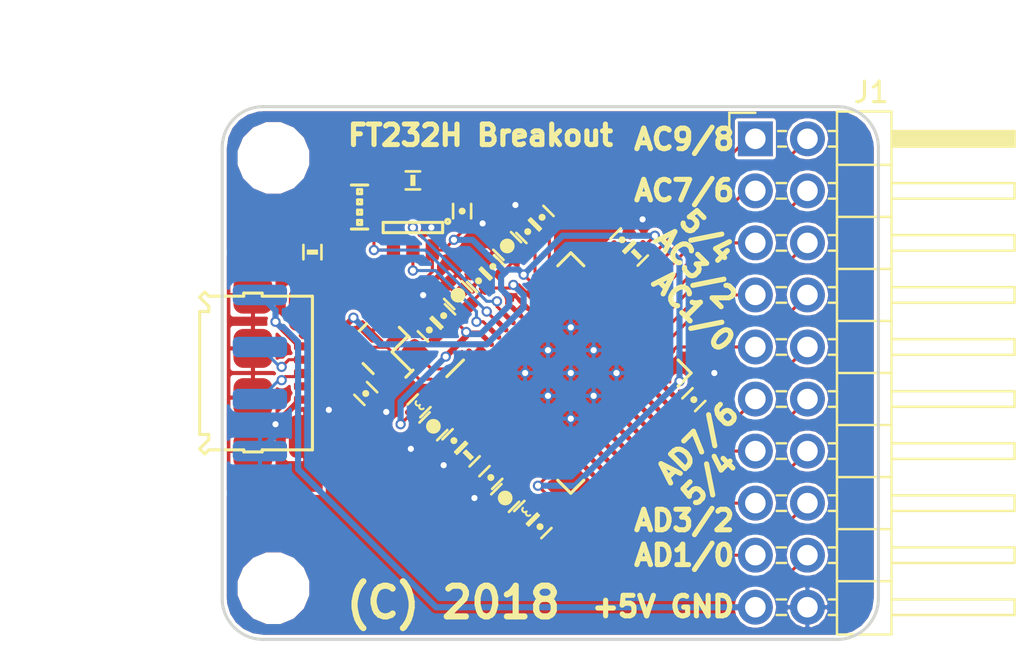
<source format=kicad_pcb>
(kicad_pcb (version 20171130) (host pcbnew 5.0.0-rc2-dev-unknown-d64c89d~62~ubuntu16.04.1)
  (title_block (title iCEBreaker) (rev V0.2a) (company 1BitSquared) (comment 1 "(C) 2018 Piotr Esden-Tempski <piotr@1bitsquared.com>") (comment 2 "(C) 2018 1BitSquared <info@1bitsquared.com>") (comment 3 "License: CC-BY-SA 4.0"))
  (layers (0 F.Cu signal) (31 B.Cu signal) (34 B.Paste user) (35 F.Paste user) (36 B.SilkS user) (37 F.SilkS user) (38 B.Mask user) (39 F.Mask user) (44 Edge.Cuts user))
  (net 0 "")
  (net 1 +3V3)
  (net 2 GND)
  (net 3 "Net-(R6-Pad1)")
  (net 4 "Net-(R2-Pad1)")
  (net 5 "Net-(C3-Pad1)")
  (net 6 +5V)
  (net 7 "Net-(C12-Pad1)")
  (net 8 "Net-(C13-Pad1)")
  (net 9 /shield)
  (net 10 "Net-(P1-Pad4)")
  (net 11 "Net-(R2-Pad5)")
  (net 12 "Net-(R2-Pad3)")
  (net 13 "Net-(C2-Pad1)")
  (net 14 "Net-(R8-Pad2)")
  (net 15 /ADBUS0)
  (net 16 /ADBUS1)
  (net 17 /ADBUS2)
  (net 18 /ADBUS3)
  (net 19 /ADBUS4)
  (net 20 /ADBUS5)
  (net 21 /ADBUS6)
  (net 22 /ADBUS7)
  (net 23 /ACBUS0)
  (net 24 /ACBUS1)
  (net 25 /ACBUS2)
  (net 26 /ACBUS3)
  (net 27 /ACBUS4)
  (net 28 /ACBUS5)
  (net 29 /ACBUS6)
  (net 30 /ACBUS7)
  (net 31 /ACBUS8)
  (net 32 /ACBUS9)
  (net 33 "Net-(C4-Pad1)")
  (net 34 /VCCA)
  (net 35 /VCORE)
  (net 36 /USB_D-)
  (net 37 /USB_D+)
  (module MountingHole:MountingHole_3.2mm_M3 (layer F.Cu) (at 32.5 58)
    (fp_text reference REF** hide)
    (fp_text value MountingHole_3.2mm_M3 hide)
    (pad 1 np_thru_hole circle (at 0 0) (size 3.2 3.2) (drill 3.2) (layers *.Cu *.Mask))
  )
  (module MountingHole:MountingHole_3.2mm_M3 (layer F.Cu) (at 32.5 37)
    (fp_text reference REF** hide)
    (fp_text value MountingHole_3.2mm_M3 hide)
    (pad 1 np_thru_hole circle (at 0 0) (size 3.2 3.2) (drill 3.2) (layers *.Cu *.Mask))
  )
  (module pkl_housings_sot:SOT-23-6 (layer F.Cu) (at 39.3 40.4 90)
    (fp_text reference U1)
    (fp_text value 93C46B-SOT-23-6)
    (pad 1 smd roundrect (at 1.1 0.95 270) (size 1.06 0.65) (layers F.Cu F.Paste F.Mask) (net 11 "Net-(R2-Pad5)"))
    (pad 2 smd roundrect (at 1.1 0 270) (size 1.06 0.65) (layers F.Cu F.Paste F.Mask) (net 2 GND))
    (pad 3 smd roundrect (at 1.1 -0.95 270) (size 1.06 0.65) (layers F.Cu F.Paste F.Mask) (net 3 "Net-(R6-Pad1)"))
    (pad 4 smd roundrect (at -1.1 -0.95 270) (size 1.06 0.65) (layers F.Cu F.Paste F.Mask) (net 4 "Net-(R2-Pad1)"))
    (pad 6 smd roundrect (at -1.1 0.95 270) (size 1.06 0.65) (layers F.Cu F.Paste F.Mask) (net 1 +3V3))
    (pad 5 smd roundrect (at -1.1 0 270) (size 1.06 0.65) (layers F.Cu F.Paste F.Mask) (net 12 "Net-(R2-Pad3)"))
  )
  (module Connector_PinHeader_2.54mm:PinHeader_2x10_P2.54mm_Horizontal (layer F.Cu) (at 56 36.07)
    (fp_text reference J1 (at 5.655 -2.27) (layer F.SilkS))
    (fp_text value Conn)
    (pad 1 thru_hole rect (at 0 0) (size 1.7 1.7) (drill 1) (layers *.Cu *.Mask) (net 32 /ACBUS9))
    (pad 2 thru_hole oval (at 2.54 0) (size 1.7 1.7) (drill 1) (layers *.Cu *.Mask) (net 31 /ACBUS8))
    (pad 3 thru_hole oval (at 0 2.54) (size 1.7 1.7) (drill 1) (layers *.Cu *.Mask) (net 30 /ACBUS7))
    (pad 4 thru_hole oval (at 2.54 2.54) (size 1.7 1.7) (drill 1) (layers *.Cu *.Mask) (net 29 /ACBUS6))
    (pad 5 thru_hole oval (at 0 5.08) (size 1.7 1.7) (drill 1) (layers *.Cu *.Mask) (net 28 /ACBUS5))
    (pad 6 thru_hole oval (at 2.54 5.08) (size 1.7 1.7) (drill 1) (layers *.Cu *.Mask) (net 27 /ACBUS4))
    (pad 7 thru_hole oval (at 0 7.62) (size 1.7 1.7) (drill 1) (layers *.Cu *.Mask) (net 26 /ACBUS3))
    (pad 8 thru_hole oval (at 2.54 7.62) (size 1.7 1.7) (drill 1) (layers *.Cu *.Mask) (net 25 /ACBUS2))
    (pad 9 thru_hole oval (at 0 10.16) (size 1.7 1.7) (drill 1) (layers *.Cu *.Mask) (net 24 /ACBUS1))
    (pad 10 thru_hole oval (at 2.54 10.16) (size 1.7 1.7) (drill 1) (layers *.Cu *.Mask) (net 23 /ACBUS0))
    (pad 11 thru_hole oval (at 0 12.7) (size 1.7 1.7) (drill 1) (layers *.Cu *.Mask) (net 22 /ADBUS7))
    (pad 12 thru_hole oval (at 2.54 12.7) (size 1.7 1.7) (drill 1) (layers *.Cu *.Mask) (net 21 /ADBUS6))
    (pad 13 thru_hole oval (at 0 15.24) (size 1.7 1.7) (drill 1) (layers *.Cu *.Mask) (net 20 /ADBUS5))
    (pad 14 thru_hole oval (at 2.54 15.24) (size 1.7 1.7) (drill 1) (layers *.Cu *.Mask) (net 19 /ADBUS4))
    (pad 15 thru_hole oval (at 0 17.78) (size 1.7 1.7) (drill 1) (layers *.Cu *.Mask) (net 18 /ADBUS3))
    (pad 16 thru_hole oval (at 2.54 17.78) (size 1.7 1.7) (drill 1) (layers *.Cu *.Mask) (net 17 /ADBUS2))
    (pad 17 thru_hole oval (at 0 20.32) (size 1.7 1.7) (drill 1) (layers *.Cu *.Mask) (net 16 /ADBUS1))
    (pad 18 thru_hole oval (at 2.54 20.32) (size 1.7 1.7) (drill 1) (layers *.Cu *.Mask) (net 15 /ADBUS0))
    (pad 19 thru_hole oval (at 0 22.86) (size 1.7 1.7) (drill 1) (layers *.Cu *.Mask) (net 6 +5V))
    (pad 20 thru_hole oval (at 2.54 22.86) (size 1.7 1.7) (drill 1) (layers *.Cu *.Mask) (net 2 GND))
  )
  (module pkl_dipol:C_0402 (layer F.Cu) (at 43.2 42.3 135)
    (fp_text reference C8)
    (fp_text value 100n)
    (pad 2 smd roundrect (at 0.499999 0 135) (size 0.5 0.6) (layers F.Cu F.Paste F.Mask) (net 2 GND))
    (pad 1 smd roundrect (at -0.499999 0 135) (size 0.5 0.6) (layers F.Cu F.Paste F.Mask) (net 1 +3V3))
  )
  (module pkl_dipol:C_0402 (layer F.Cu) (at 40.1 45.4 135)
    (fp_text reference C2)
    (fp_text value 10p)
    (pad 1 smd roundrect (at -0.499999 0 135) (size 0.5 0.6) (layers F.Cu F.Paste F.Mask) (net 13 "Net-(C2-Pad1)"))
    (pad 2 smd roundrect (at 0.499999 0 135) (size 0.5 0.6) (layers F.Cu F.Paste F.Mask) (net 2 GND))
  )
  (module pkl_housings_dfn_qfn:QFN-48-1EP_8x8mm_Pitch0.5mm (layer F.Cu) (at 47 47.5 45)
    (fp_text reference U2)
    (fp_text value FT232H)
    (pad 1 smd oval (at -4 -2.75 135) (size 0.25 0.8) (layers F.Cu F.Paste F.Mask) (net 13 "Net-(C2-Pad1)"))
    (pad 2 smd oval (at -4 -2.25 135) (size 0.25 0.8) (layers F.Cu F.Paste F.Mask) (net 5 "Net-(C3-Pad1)"))
    (pad 3 smd oval (at -4 -1.75 135) (size 0.25 0.8) (layers F.Cu F.Paste F.Mask) (net 7 "Net-(C12-Pad1)"))
    (pad 4 smd oval (at -4.000001 -1.25 135) (size 0.25 0.8) (layers F.Cu F.Paste F.Mask) (net 2 GND))
    (pad 5 smd oval (at -4 -0.75 135) (size 0.25 0.8) (layers F.Cu F.Paste F.Mask) (net 14 "Net-(R8-Pad2)"))
    (pad 6 smd oval (at -4 -0.25 135) (size 0.25 0.8) (layers F.Cu F.Paste F.Mask) (net 36 /USB_D-))
    (pad 7 smd oval (at -4 0.25 135) (size 0.25 0.8) (layers F.Cu F.Paste F.Mask) (net 37 /USB_D+))
    (pad 8 smd oval (at -4 0.75 135) (size 0.25 0.8) (layers F.Cu F.Paste F.Mask) (net 8 "Net-(C13-Pad1)"))
    (pad 9 smd oval (at -4.000001 1.25 135) (size 0.25 0.8) (layers F.Cu F.Paste F.Mask) (net 2 GND))
    (pad 10 smd oval (at -4 1.75 135) (size 0.25 0.8) (layers F.Cu F.Paste F.Mask) (net 2 GND))
    (pad 11 smd oval (at -4 2.25 135) (size 0.25 0.8) (layers F.Cu F.Paste F.Mask) (net 2 GND))
    (pad 12 smd oval (at -4 2.75 135) (size 0.25 0.8) (layers F.Cu F.Paste F.Mask) (net 1 +3V3))
    (pad 13 smd oval (at -2.75 4 45) (size 0.25 0.8) (layers F.Cu F.Paste F.Mask) (net 15 /ADBUS0))
    (pad 14 smd oval (at -2.25 4 45) (size 0.25 0.8) (layers F.Cu F.Paste F.Mask) (net 16 /ADBUS1))
    (pad 15 smd oval (at -1.75 4 45) (size 0.25 0.8) (layers F.Cu F.Paste F.Mask) (net 17 /ADBUS2))
    (pad 16 smd oval (at -1.25 4.000001 45) (size 0.25 0.8) (layers F.Cu F.Paste F.Mask) (net 18 /ADBUS3))
    (pad 17 smd oval (at -0.75 4 45) (size 0.25 0.8) (layers F.Cu F.Paste F.Mask) (net 19 /ADBUS4))
    (pad 18 smd oval (at -0.25 4 45) (size 0.25 0.8) (layers F.Cu F.Paste F.Mask) (net 20 /ADBUS5))
    (pad 19 smd oval (at 0.25 4 45) (size 0.25 0.8) (layers F.Cu F.Paste F.Mask) (net 21 /ADBUS6))
    (pad 20 smd oval (at 0.75 4 45) (size 0.25 0.8) (layers F.Cu F.Paste F.Mask) (net 22 /ADBUS7))
    (pad 21 smd oval (at 1.25 4.000001 45) (size 0.25 0.8) (layers F.Cu F.Paste F.Mask) (net 23 /ACBUS0))
    (pad 22 smd oval (at 1.75 4 45) (size 0.25 0.8) (layers F.Cu F.Paste F.Mask) (net 2 GND))
    (pad 23 smd oval (at 2.25 4 45) (size 0.25 0.8) (layers F.Cu F.Paste F.Mask) (net 2 GND))
    (pad 24 smd oval (at 2.75 4 45) (size 0.25 0.8) (layers F.Cu F.Paste F.Mask) (net 1 +3V3))
    (pad 25 smd oval (at 4 2.75 135) (size 0.25 0.8) (layers F.Cu F.Paste F.Mask) (net 24 /ACBUS1))
    (pad 26 smd oval (at 4 2.25 135) (size 0.25 0.8) (layers F.Cu F.Paste F.Mask) (net 25 /ACBUS2))
    (pad 27 smd oval (at 4 1.75 135) (size 0.25 0.8) (layers F.Cu F.Paste F.Mask) (net 26 /ACBUS3))
    (pad 28 smd oval (at 4.000001 1.25 135) (size 0.25 0.8) (layers F.Cu F.Paste F.Mask) (net 27 /ACBUS4))
    (pad 29 smd oval (at 4 0.75 135) (size 0.25 0.8) (layers F.Cu F.Paste F.Mask) (net 28 /ACBUS5))
    (pad 30 smd oval (at 4 0.25 135) (size 0.25 0.8) (layers F.Cu F.Paste F.Mask) (net 29 /ACBUS6))
    (pad 31 smd oval (at 4 -0.25 135) (size 0.25 0.8) (layers F.Cu F.Paste F.Mask) (net 30 /ACBUS7))
    (pad 32 smd oval (at 4 -0.75 135) (size 0.25 0.8) (layers F.Cu F.Paste F.Mask) (net 31 /ACBUS8))
    (pad 33 smd oval (at 4.000001 -1.25 135) (size 0.25 0.8) (layers F.Cu F.Paste F.Mask) (net 32 /ACBUS9))
    (pad 34 smd oval (at 4 -1.75 135) (size 0.25 0.8) (layers F.Cu F.Paste F.Mask) (net 33 "Net-(C4-Pad1)"))
    (pad 35 smd oval (at 4 -2.25 135) (size 0.25 0.8) (layers F.Cu F.Paste F.Mask) (net 2 GND))
    (pad 36 smd oval (at 4 -2.75 135) (size 0.25 0.8) (layers F.Cu F.Paste F.Mask) (net 2 GND))
    (pad 37 smd oval (at 2.75 -4 45) (size 0.25 0.8) (layers F.Cu F.Paste F.Mask) (net 34 /VCCA))
    (pad 38 smd oval (at 2.25 -4 45) (size 0.25 0.8) (layers F.Cu F.Paste F.Mask) (net 35 /VCORE))
    (pad 39 smd oval (at 1.75 -4 45) (size 0.25 0.8) (layers F.Cu F.Paste F.Mask) (net 1 +3V3))
    (pad 40 smd oval (at 1.25 -4.000001 45) (size 0.25 0.8) (layers F.Cu F.Paste F.Mask) (net 6 +5V))
    (pad 41 smd oval (at 0.75 -4 45) (size 0.25 0.8) (layers F.Cu F.Paste F.Mask) (net 2 GND))
    (pad 42 smd oval (at 0.25 -4 45) (size 0.25 0.8) (layers F.Cu F.Paste F.Mask) (net 2 GND))
    (pad 43 smd oval (at -0.25 -4 45) (size 0.25 0.8) (layers F.Cu F.Paste F.Mask) (net 3 "Net-(R6-Pad1)"))
    (pad 44 smd oval (at -0.75 -4 45) (size 0.25 0.8) (layers F.Cu F.Paste F.Mask) (net 4 "Net-(R2-Pad1)"))
    (pad 45 smd oval (at -1.25 -4.000001 45) (size 0.25 0.8) (layers F.Cu F.Paste F.Mask) (net 12 "Net-(R2-Pad3)"))
    (pad 46 smd oval (at -1.75 -4 45) (size 0.25 0.8) (layers F.Cu F.Paste F.Mask) (net 1 +3V3))
    (pad 47 smd oval (at -2.25 -4 45) (size 0.25 0.8) (layers F.Cu F.Paste F.Mask) (net 2 GND))
    (pad 48 smd oval (at -2.75 -4 45) (size 0.25 0.8) (layers F.Cu F.Paste F.Mask) (net 2 GND))
    (pad 49 smd rect (at -2.35875 -2.35875 45) (size 1.5725 1.5725) (layers F.Cu F.Paste F.Mask) (net 2 GND))
    (pad 49 smd rect (at -2.35875 -0.78625 45) (size 1.5725 1.5725) (layers F.Cu F.Paste F.Mask) (net 2 GND))
    (pad 49 smd rect (at -2.35875 0.78625 45) (size 1.5725 1.5725) (layers F.Cu F.Paste F.Mask) (net 2 GND))
    (pad 49 smd rect (at -2.35875 2.35875 45) (size 1.5725 1.5725) (layers F.Cu F.Paste F.Mask) (net 2 GND))
    (pad 49 smd rect (at -0.78625 -2.35875 45) (size 1.5725 1.5725) (layers F.Cu F.Paste F.Mask) (net 2 GND))
    (pad 49 smd rect (at -0.78625 -0.78625 45) (size 1.5725 1.5725) (layers F.Cu F.Paste F.Mask) (net 2 GND))
    (pad 49 smd rect (at -0.78625 0.78625 45) (size 1.5725 1.5725) (layers F.Cu F.Paste F.Mask) (net 2 GND))
    (pad 49 smd rect (at -0.78625 2.35875 45) (size 1.5725 1.5725) (layers F.Cu F.Paste F.Mask) (net 2 GND))
    (pad 49 smd rect (at 0.78625 -2.35875 45) (size 1.5725 1.5725) (layers F.Cu F.Paste F.Mask) (net 2 GND))
    (pad 49 smd rect (at 0.78625 -0.78625 45) (size 1.5725 1.5725) (layers F.Cu F.Paste F.Mask) (net 2 GND))
    (pad 49 smd rect (at 0.78625 0.78625 45) (size 1.5725 1.5725) (layers F.Cu F.Paste F.Mask) (net 2 GND))
    (pad 49 smd rect (at 0.78625 2.35875 45) (size 1.5725 1.5725) (layers F.Cu F.Paste F.Mask) (net 2 GND))
    (pad 49 smd rect (at 2.35875 -2.35875 45) (size 1.5725 1.5725) (layers F.Cu F.Paste F.Mask) (net 2 GND))
    (pad 49 smd rect (at 2.35875 -0.78625 45) (size 1.5725 1.5725) (layers F.Cu F.Paste F.Mask) (net 2 GND))
    (pad 49 smd rect (at 2.35875 0.78625 45) (size 1.5725 1.5725) (layers F.Cu F.Paste F.Mask) (net 2 GND))
    (pad 49 smd rect (at 2.35875 2.35875 45) (size 1.5725 1.5725) (layers F.Cu F.Paste F.Mask) (net 2 GND))
    (pad 49 thru_hole circle (at -1.575 -1.575 45) (size 0.5 0.5) (drill 0.3) (layers *.Cu F.Mask) (net 2 GND))
    (pad 49 thru_hole circle (at -1.575 0 45) (size 0.5 0.5) (drill 0.3) (layers *.Cu F.Mask) (net 2 GND))
    (pad 49 thru_hole circle (at -1.575 1.575 45) (size 0.5 0.5) (drill 0.3) (layers *.Cu F.Mask) (net 2 GND))
    (pad 49 thru_hole circle (at 0 -1.575 45) (size 0.5 0.5) (drill 0.3) (layers *.Cu F.Mask) (net 2 GND))
    (pad 49 thru_hole circle (at 0 0 45) (size 0.5 0.5) (drill 0.3) (layers *.Cu F.Mask) (net 2 GND))
    (pad 49 thru_hole circle (at 0 1.575 45) (size 0.5 0.5) (drill 0.3) (layers *.Cu F.Mask) (net 2 GND))
    (pad 49 thru_hole circle (at 1.575 -1.575 45) (size 0.5 0.5) (drill 0.3) (layers *.Cu F.Mask) (net 2 GND))
    (pad 49 thru_hole circle (at 1.575 0 45) (size 0.5 0.5) (drill 0.3) (layers *.Cu F.Mask) (net 2 GND))
    (pad 49 thru_hole circle (at 1.575 1.575 45) (size 0.5 0.5) (drill 0.3) (layers *.Cu F.Mask) (net 2 GND))
  )
  (module pkl_misc:ABM8 (layer F.Cu) (at 38 46.4 135)
    (fp_text reference X1)
    (fp_text value 12MHz)
    (pad 1 smd roundrect (at -1.15 0.925 135) (size 1.3 1.05) (layers F.Cu F.Paste F.Mask) (net 13 "Net-(C2-Pad1)"))
    (pad 2 smd roundrect (at 1.15 -0.925 135) (size 1.3 1.05) (layers F.Cu F.Paste F.Mask) (net 5 "Net-(C3-Pad1)"))
    (pad GND smd roundrect (at -1.15 -0.925 135) (size 1.3 1.05) (layers F.Cu F.Paste F.Mask) (net 2 GND))
    (pad GND smd roundrect (at 1.15 0.925 135) (size 1.3 1.05) (layers F.Cu F.Paste F.Mask) (net 2 GND))
  )
  (module pkl_pads:PAD_SMD_1x2.65 (layer B.Cu) (at 31.84 51.31)
    (fp_text reference P5 hide)
    (fp_text value UP hide)
    (pad 1 smd roundrect (at 0 0) (size 2.65 1) (layers B.Cu B.Mask) (net 2 GND))
  )
  (module pkl_pads:PAD_SMD_1x2.65 (layer B.Cu) (at 31.84 43.69)
    (fp_text reference P2 hide)
    (fp_text value UP hide)
    (pad 1 smd roundrect (at 0 0) (size 2.65 1) (layers B.Cu B.Mask) (net 6 +5V))
  )
  (module pkl_pads:PAD_SMD_1x2.65 (layer B.Cu) (at 31.84 46.23)
    (fp_text reference P3 hide)
    (fp_text value UP hide)
    (pad 1 smd roundrect (at 0 0) (size 2.65 1) (layers B.Cu B.Mask) (net 36 /USB_D-))
  )
  (module pkl_pads:PAD_SMD_1x2.65 (layer B.Cu) (at 31.84 48.77)
    (fp_text reference P4 hide)
    (fp_text value UP hide)
    (pad 1 smd roundrect (at 0 0) (size 2.65 1) (layers B.Cu B.Mask) (net 37 /USB_D+))
  )
  (module pkl_dipol:C_0603 (layer F.Cu) (at 41.5 43.7 135)
    (fp_text reference C7)
    (fp_text value 4u7)
    (pad 1 smd roundrect (at -0.75 0 135) (size 0.6 0.9) (layers F.Cu F.Paste F.Mask) (net 6 +5V))
    (pad 2 smd roundrect (at 0.75 0 135) (size 0.6 0.9) (layers F.Cu F.Paste F.Mask) (net 2 GND))
  )
  (module pkl_dipol:C_0603 (layer F.Cu) (at 40.3 50.1 225)
    (fp_text reference C6)
    (fp_text value 4u7)
    (pad 2 smd roundrect (at 0.75 0 225) (size 0.6 0.9) (layers F.Cu F.Paste F.Mask) (net 2 GND))
    (pad 1 smd roundrect (at -0.75 0 225) (size 0.6 0.9) (layers F.Cu F.Paste F.Mask) (net 7 "Net-(C12-Pad1)"))
  )
  (module pkl_dipol:C_0603 (layer F.Cu) (at 43.8 53.6 225)
    (fp_text reference C9)
    (fp_text value 4u7)
    (pad 1 smd roundrect (at -0.75 0 225) (size 0.6 0.9) (layers F.Cu F.Paste F.Mask) (net 8 "Net-(C13-Pad1)"))
    (pad 2 smd roundrect (at 0.75 0 225) (size 0.6 0.9) (layers F.Cu F.Paste F.Mask) (net 2 GND))
  )
  (module pkl_dipol:R_Array_Convex_4x0402 (layer F.Cu) (at 36.7 39.4 90)
    (fp_text reference R2)
    (fp_text value 10k)
    (pad 3 smd roundrect (at -0.25 0.475 90) (size 0.3 0.45) (layers F.Cu F.Paste F.Mask) (net 12 "Net-(R2-Pad3)"))
    (pad 5 smd roundrect (at 0.25 0.475 90) (size 0.3 0.45) (layers F.Cu F.Paste F.Mask) (net 11 "Net-(R2-Pad5)"))
    (pad 1 smd roundrect (at -0.75 0.475 90) (size 0.4 0.45) (layers F.Cu F.Paste F.Mask) (net 4 "Net-(R2-Pad1)"))
    (pad 7 smd roundrect (at 0.75 0.475 90) (size 0.4 0.45) (layers F.Cu F.Paste F.Mask))
    (pad 2 smd roundrect (at -0.75 -0.475 90) (size 0.4 0.45) (layers F.Cu F.Paste F.Mask) (net 1 +3V3))
    (pad 4 smd roundrect (at -0.25 -0.475 90) (size 0.3 0.45) (layers F.Cu F.Paste F.Mask) (net 1 +3V3))
    (pad 6 smd roundrect (at 0.25 -0.475 90) (size 0.3 0.45) (layers F.Cu F.Paste F.Mask) (net 1 +3V3))
    (pad 8 smd roundrect (at 0.75 -0.475 90) (size 0.4 0.45) (layers F.Cu F.Paste F.Mask))
  )
  (module pkl_connectors:Connector_USB_Micro_B_SMD (layer F.Cu) (at 31.5 47.5 180)
    (fp_text reference P1)
    (fp_text value pkl_USB_OTG hide)
    (pad GND smd roundrect (at 0 1.2 270) (size 1.9 1.9) (layers F.Cu F.Paste F.Mask) (net 9 /shield))
    (pad GND smd roundrect (at 0 -1.2 270) (size 1.9 1.9) (layers F.Cu F.Paste F.Mask) (net 9 /shield))
    (pad GND smd roundrect (at 0 -3.8 270) (size 1.8 1.9) (layers F.Cu F.Paste F.Mask) (net 9 /shield))
    (pad GND smd roundrect (at 0 3.8 270) (size 1.8 1.9) (layers F.Cu F.Paste F.Mask) (net 9 /shield))
    (pad GND smd roundrect (at -2.55 -3.1 270) (size 2.1 1.6) (layers F.Cu F.Paste F.Mask) (net 9 /shield))
    (pad GND smd roundrect (at -2.55 3.1 270) (size 2.1 1.6) (layers F.Cu F.Paste F.Mask) (net 9 /shield))
    (pad 1 smd roundrect (at -2.675 1.3 270) (size 0.4 1.35) (layers F.Cu F.Paste F.Mask) (net 6 +5V))
    (pad 2 smd roundrect (at -2.675 0.65 270) (size 0.4 1.35) (layers F.Cu F.Paste F.Mask) (net 36 /USB_D-))
    (pad 3 smd roundrect (at -2.675 0 270) (size 0.4 1.35) (layers F.Cu F.Paste F.Mask) (net 37 /USB_D+))
    (pad 4 smd roundrect (at -2.675 -0.65 270) (size 0.4 1.35) (layers F.Cu F.Paste F.Mask) (net 10 "Net-(P1-Pad4)"))
    (pad 5 smd roundrect (at -2.675 -1.3 270) (size 0.4 1.35) (layers F.Cu F.Paste F.Mask) (net 2 GND))
  )
  (module pkl_dipol:C_0402 (layer F.Cu) (at 49.5 41 45)
    (fp_text reference C4)
    (fp_text value 10n)
    (pad 2 smd roundrect (at 0.5 0 45) (size 0.5 0.6) (layers F.Cu F.Paste F.Mask) (net 2 GND))
    (pad 1 smd roundrect (at -0.5 0 45) (size 0.5 0.6) (layers F.Cu F.Paste F.Mask) (net 33 "Net-(C4-Pad1)"))
  )
  (module pkl_dipol:C_0402 (layer F.Cu) (at 37 48.5 315)
    (fp_text reference C3)
    (fp_text value 10p)
    (pad 1 smd roundrect (at -0.5 0 315) (size 0.5 0.6) (layers F.Cu F.Paste F.Mask) (net 5 "Net-(C3-Pad1)"))
    (pad 2 smd roundrect (at 0.5 0 315) (size 0.5 0.6) (layers F.Cu F.Paste F.Mask) (net 2 GND))
  )
  (module pkl_dipol:C_0402 (layer F.Cu) (at 41.7 39.6 90)
    (fp_text reference C1)
    (fp_text value 100n)
    (pad 2 smd roundrect (at 0.5 0 90) (size 0.5 0.6) (layers F.Cu F.Paste F.Mask) (net 2 GND))
    (pad 1 smd roundrect (at -0.5 0 90) (size 0.5 0.6) (layers F.Cu F.Paste F.Mask) (net 1 +3V3))
  )
  (module pkl_dipol:C_0402 (layer F.Cu) (at 53 48.8 45)
    (fp_text reference C19)
    (fp_text value 100n)
    (pad 1 smd roundrect (at -0.499999 0 45) (size 0.5 0.6) (layers F.Cu F.Paste F.Mask) (net 1 +3V3))
    (pad 2 smd roundrect (at 0.499999 0 45) (size 0.5 0.6) (layers F.Cu F.Paste F.Mask) (net 2 GND))
  )
  (module pkl_dipol:C_0402 (layer F.Cu) (at 45.6 39.9 135)
    (fp_text reference C16)
    (fp_text value 100n)
    (pad 1 smd roundrect (at -0.499999 0 135) (size 0.5 0.6) (layers F.Cu F.Paste F.Mask) (net 34 /VCCA))
    (pad 2 smd roundrect (at 0.499999 0 135) (size 0.5 0.6) (layers F.Cu F.Paste F.Mask) (net 2 GND))
  )
  (module pkl_dipol:C_0402 (layer F.Cu) (at 42.5 43 135)
    (fp_text reference C10)
    (fp_text value 100n)
    (pad 2 smd roundrect (at 0.5 0 135) (size 0.5 0.6) (layers F.Cu F.Paste F.Mask) (net 2 GND))
    (pad 1 smd roundrect (at -0.5 0 135) (size 0.5 0.6) (layers F.Cu F.Paste F.Mask) (net 6 +5V))
  )
  (module pkl_dipol:C_0402 (layer F.Cu) (at 41.3 50.8 225)
    (fp_text reference C12)
    (fp_text value 100n)
    (pad 2 smd roundrect (at 0.499999 0 225) (size 0.5 0.6) (layers F.Cu F.Paste F.Mask) (net 2 GND))
    (pad 1 smd roundrect (at -0.499999 0 225) (size 0.5 0.6) (layers F.Cu F.Paste F.Mask) (net 7 "Net-(C12-Pad1)"))
  )
  (module pkl_dipol:C_0402 (layer F.Cu) (at 43.1 52.6 225)
    (fp_text reference C13)
    (fp_text value 100n)
    (pad 1 smd roundrect (at -0.499999 0 225) (size 0.5 0.6) (layers F.Cu F.Paste F.Mask) (net 8 "Net-(C13-Pad1)"))
    (pad 2 smd roundrect (at 0.499999 0 225) (size 0.5 0.6) (layers F.Cu F.Paste F.Mask) (net 2 GND))
  )
  (module pkl_dipol:C_0402 (layer F.Cu) (at 44.9 40.6 135)
    (fp_text reference C14)
    (fp_text value 100n)
    (pad 2 smd roundrect (at 0.499999 0 135) (size 0.5 0.6) (layers F.Cu F.Paste F.Mask) (net 2 GND))
    (pad 1 smd roundrect (at -0.499999 0 135) (size 0.5 0.6) (layers F.Cu F.Paste F.Mask) (net 35 /VCORE))
  )
  (module pkl_dipol:C_0402 (layer F.Cu) (at 45.5 55 225)
    (fp_text reference C18)
    (fp_text value 100n)
    (pad 2 smd roundrect (at 0.499999 0 225) (size 0.5 0.6) (layers F.Cu F.Paste F.Mask) (net 2 GND))
    (pad 1 smd roundrect (at -0.499999 0 225) (size 0.5 0.6) (layers F.Cu F.Paste F.Mask) (net 1 +3V3))
  )
  (module pkl_dipol:C_0402 (layer F.Cu) (at 40.8 44.7 135)
    (fp_text reference C20)
    (fp_text value 100n)
    (pad 1 smd roundrect (at -0.499999 0 135) (size 0.5 0.6) (layers F.Cu F.Paste F.Mask) (net 1 +3V3))
    (pad 2 smd roundrect (at 0.499999 0 135) (size 0.5 0.6) (layers F.Cu F.Paste F.Mask) (net 2 GND))
  )
  (module pkl_dipol:C_0603 (layer F.Cu) (at 43.9 41.3 135)
    (fp_text reference C5)
    (fp_text value 4u7)
    (pad 1 smd roundrect (at -0.75 0 135) (size 0.6 0.9) (layers F.Cu F.Paste F.Mask) (net 1 +3V3))
    (pad 2 smd roundrect (at 0.75 0 135) (size 0.6 0.9) (layers F.Cu F.Paste F.Mask) (net 2 GND))
  )
  (module pkl_dipol:L_0402 (layer F.Cu) (at 39.6 49.1 45)
    (fp_text reference L2)
    (fp_text value 600)
    (pad 2 smd roundrect (at 0.5 0 45) (size 0.5 0.6) (layers F.Cu F.Paste F.Mask) (net 7 "Net-(C12-Pad1)"))
    (pad 1 smd roundrect (at -0.5 0 45) (size 0.5 0.6) (layers F.Cu F.Paste F.Mask) (net 1 +3V3))
  )
  (module pkl_dipol:L_0402 (layer F.Cu) (at 44.8 54.3 45)
    (fp_text reference L1)
    (fp_text value 600)
    (pad 1 smd roundrect (at -0.5 0 45) (size 0.5 0.6) (layers F.Cu F.Paste F.Mask) (net 1 +3V3))
    (pad 2 smd roundrect (at 0.5 0 45) (size 0.5 0.6) (layers F.Cu F.Paste F.Mask) (net 8 "Net-(C13-Pad1)"))
  )
  (module pkl_dipol:R_0402 (layer F.Cu) (at 50.2 41.7 45)
    (fp_text reference R9)
    (fp_text value 10k)
    (pad 1 smd roundrect (at -0.5 0 45) (size 0.5 0.6) (layers F.Cu F.Paste F.Mask) (net 33 "Net-(C4-Pad1)"))
    (pad 2 smd roundrect (at 0.5 0 45) (size 0.5 0.6) (layers F.Cu F.Paste F.Mask) (net 1 +3V3))
  )
  (module pkl_dipol:R_0402 (layer F.Cu) (at 42 51.5 45)
    (fp_text reference R8)
    (fp_text value 12k)
    (pad 2 smd roundrect (at 0.5 0 45) (size 0.5 0.6) (layers F.Cu F.Paste F.Mask) (net 14 "Net-(R8-Pad2)"))
    (pad 1 smd roundrect (at -0.5 0 45) (size 0.5 0.6) (layers F.Cu F.Paste F.Mask) (net 2 GND))
  )
  (module pkl_dipol:R_0402 (layer F.Cu) (at 39.3 38.1)
    (fp_text reference R6)
    (fp_text value 2k2)
    (pad 1 smd roundrect (at -0.5 0) (size 0.5 0.6) (layers F.Cu F.Paste F.Mask) (net 3 "Net-(R6-Pad1)"))
    (pad 2 smd roundrect (at 0.5 0) (size 0.5 0.6) (layers F.Cu F.Paste F.Mask) (net 11 "Net-(R2-Pad5)"))
  )
  (module pkl_dipol:R_0402 (layer F.Cu) (at 34.4 41.6 270)
    (fp_text reference R1)
    (fp_text value 1M)
    (pad 1 smd roundrect (at -0.5 0 270) (size 0.5 0.6) (layers F.Cu F.Paste F.Mask) (net 2 GND))
    (pad 2 smd roundrect (at 0.5 0 270) (size 0.5 0.6) (layers F.Cu F.Paste F.Mask) (net 9 /shield))
  )
  (gr_text "(C) 2018" (at 35.9 58.7) (layer F.SilkS) (effects (font (size 1.5 1.5) (thickness 0.3)) (justify left)))
  (gr_text AC9/8 (at 55.1 36.1) (layer F.SilkS) (effects (font (size 1 1) (thickness 0.25)) (justify right)))
  (gr_text AC7/6 (at 55.1 38.6) (layer F.SilkS) (effects (font (size 1 1) (thickness 0.25)) (justify right)))
  (gr_text 5/4 (at 54.8 42 315) (layer F.SilkS) (effects (font (size 1 1) (thickness 0.25)) (justify right)))
  (gr_text AC3/2 (at 54.9 44.2 315) (layer F.SilkS) (effects (font (size 1 1) (thickness 0.25)) (justify right)))
  (gr_text AC1/0 (at 54.8 46.3 315) (layer F.SilkS) (effects (font (size 1 1) (thickness 0.25)) (justify right)))
  (gr_text AD3/2 (at 55.1 54.7) (layer F.SilkS) (effects (font (size 1 1) (thickness 0.25)) (justify right)))
  (gr_text 5/4 (at 54.9 51.5 45) (layer F.SilkS) (effects (font (size 1 1) (thickness 0.25)) (justify right)))
  (gr_text AD7/6 (at 55 49.1 45) (layer F.SilkS) (effects (font (size 1 1) (thickness 0.25)) (justify right)))
  (gr_text AD1/0 (at 55.1 56.4) (layer F.SilkS) (effects (font (size 1 1) (thickness 0.25)) (justify right)))
  (gr_text "+5V GND" (at 55.1 58.9) (layer F.SilkS) (effects (font (size 1 1) (thickness 0.25)) (justify right)))
  (gr_text "FT232H Breakout" (at 36 35.9) (layer F.SilkS) (effects (font (size 1 1) (thickness 0.25)) (justify left)))
  (gr_arc (start 32 58.5) (end 30 58.5) (angle -90) (layer Edge.Cuts) (width 0.15))
  (gr_arc (start 32 36.5) (end 32 34.5) (angle -90) (layer Edge.Cuts) (width 0.15))
  (gr_arc (start 60 36.5) (end 62 36.5) (angle -90) (layer Edge.Cuts) (width 0.15))
  (gr_arc (start 60 58.5) (end 60 60.5) (angle -90) (layer Edge.Cuts) (width 0.15))
  (gr_line (start 62 58.5) (end 62 36.5) (layer Edge.Cuts) (width 0.15))
  (gr_line (start 30 58.5) (end 30 36.5) (layer Edge.Cuts) (width 0.15))
  (gr_line (start 60 60.5) (end 32 60.5) (layer Edge.Cuts) (width 0.15))
  (gr_line (start 32 34.5) (end 60 34.5) (layer Edge.Cuts) (width 0.15))
  (segment (start 38.1 43) (end 36.225 41.125) (width 0.15) (layer F.Cu) (net 1))
  (segment (start 40.25 42.55) (end 39.8 43) (width 0.15) (layer F.Cu) (net 1))
  (segment (start 36.225 41.125) (end 36.225 40.15) (width 0.15) (layer F.Cu) (net 1))
  (segment (start 39.8 43) (end 38.1 43) (width 0.15) (layer F.Cu) (net 1))
  (segment (start 40.25 41.5) (end 40.25 42.55) (width 0.15) (layer F.Cu) (net 1))
  (segment (start 43.949999 42.450001) (end 43.8 42.6) (width 0.3) (layer B.Cu) (net 1))
  (segment (start 43.8 42.6) (end 43.6 42.8) (width 0.3) (layer B.Cu) (net 1))
  (segment (start 41.3 41) (end 42.2 41) (width 0.3) (layer B.Cu) (net 1))
  (segment (start 42.2 41) (end 43.8 42.6) (width 0.3) (layer B.Cu) (net 1))
  (segment (start 45.4 53) (end 47.2 53) (width 0.3) (layer B.Cu) (net 1))
  (segment (start 47.2 53) (end 52.3 47.9) (width 0.3) (layer B.Cu) (net 1))
  (segment (start 52.3 47.9) (end 52.3 42) (width 0.3) (layer B.Cu) (net 1))
  (segment (start 52.3 42) (end 51.1 40.8) (width 0.3) (layer B.Cu) (net 1))
  (segment (start 44.7 42.7) (end 46.6 40.8) (width 0.3) (layer B.Cu) (net 1))
  (segment (start 46.6 40.8) (end 51.1 40.8) (width 0.3) (layer B.Cu) (net 1))
  (segment (start 40.9 46.7) (end 38.7 48.9) (width 0.3) (layer B.Cu) (net 1))
  (segment (start 38.7 48.9) (end 38.7 50) (width 0.3) (layer B.Cu) (net 1))
  (segment (start 41.9 45.5) (end 41.9 45.7) (width 0.3) (layer F.Cu) (net 1))
  (segment (start 41.9 45.7) (end 40.9 46.7) (width 0.3) (layer F.Cu) (net 1))
  (via (at 40.9 46.7) (size 0.5) (drill 0.3) (layers F.Cu B.Cu) (net 1))
  (segment (start 44.450001 42.450001) (end 43.949999 42.450001) (width 0.3) (layer B.Cu) (net 1))
  (segment (start 43.6 42.8) (end 43.6 43.4) (width 0.3) (layer B.Cu) (net 1))
  (segment (start 44.7 42.7) (end 44.450001 42.450001) (width 0.3) (layer B.Cu) (net 1))
  (segment (start 43.6 43.4) (end 44 43.8) (width 0.3) (layer B.Cu) (net 1))
  (segment (start 44 43.8) (end 44 44.2) (width 0.3) (layer B.Cu) (net 1))
  (segment (start 44 44.2) (end 42.6 45.6) (width 0.3) (layer B.Cu) (net 1))
  (segment (start 42.6 45.6) (end 42 45.6) (width 0.3) (layer B.Cu) (net 1))
  (segment (start 42 45.6) (end 41.9 45.5) (width 0.3) (layer B.Cu) (net 1))
  (segment (start 46.116117 52.272971) (end 45.4 52.989088) (width 0.15) (layer F.Cu) (net 1))
  (segment (start 45.4 52.989088) (end 45.4 53) (width 0.15) (layer F.Cu) (net 1))
  (segment (start 45.853553 54.646447) (end 45.853553 53.453553) (width 0.15) (layer F.Cu) (net 1))
  (segment (start 45.853553 53.453553) (end 45.4 53) (width 0.15) (layer F.Cu) (net 1))
  (via (at 45.4 53) (size 0.5) (drill 0.3) (layers F.Cu B.Cu) (net 1))
  (segment (start 44.446447 54.653553) (end 45.846447 54.653553) (width 0.15) (layer F.Cu) (net 1))
  (segment (start 45.846447 54.653553) (end 45.853553 54.646447) (width 0.15) (layer F.Cu) (net 1))
  (segment (start 51.772971 48.383883) (end 51.816117 48.383883) (width 0.15) (layer F.Cu) (net 1))
  (segment (start 51.816117 48.383883) (end 52.3 47.9) (width 0.15) (layer F.Cu) (net 1))
  (via (at 52.3 47.9) (size 0.5) (drill 0.3) (layers F.Cu B.Cu) (net 1))
  (segment (start 51.772971 48.383883) (end 51.876777 48.383883) (width 0.15) (layer F.Cu) (net 1))
  (segment (start 51.876777 48.383883) (end 52.646447 49.153553) (width 0.15) (layer F.Cu) (net 1))
  (segment (start 50.553553 41.346447) (end 51.1 40.8) (width 0.15) (layer F.Cu) (net 1))
  (via (at 51.1 40.8) (size 0.5) (drill 0.3) (layers F.Cu B.Cu) (net 1))
  (segment (start 36.225 39.65) (end 36.225 40.15) (width 0.15) (layer F.Cu) (net 1))
  (segment (start 36.225 39.15) (end 36.225 39.65) (width 0.15) (layer F.Cu) (net 1))
  (segment (start 41.7 40.1) (end 41.7 40.6) (width 0.15) (layer F.Cu) (net 1))
  (segment (start 41.7 40.6) (end 41.3 41) (width 0.15) (layer F.Cu) (net 1))
  (segment (start 40.25 41.5) (end 40.8 41.5) (width 0.15) (layer F.Cu) (net 1))
  (segment (start 40.8 41.5) (end 41.3 41) (width 0.15) (layer F.Cu) (net 1))
  (via (at 41.3 41) (size 0.5) (drill 0.3) (layers F.Cu B.Cu) (net 1))
  (segment (start 45.40901 43.434136) (end 45.40901 43.40901) (width 0.15) (layer F.Cu) (net 1))
  (segment (start 45.40901 43.40901) (end 44.7 42.7) (width 0.15) (layer F.Cu) (net 1))
  (segment (start 44.43033 41.83033) (end 44.43033 42.43033) (width 0.15) (layer F.Cu) (net 1))
  (segment (start 44.43033 42.43033) (end 44.7 42.7) (width 0.15) (layer F.Cu) (net 1))
  (via (at 44.7 42.7) (size 0.5) (drill 0.3) (layers F.Cu B.Cu) (net 1))
  (segment (start 43.553553 42.653553) (end 43.607107 42.653553) (width 0.15) (layer F.Cu) (net 1))
  (segment (start 43.607107 42.653553) (end 44.43033 41.83033) (width 0.15) (layer F.Cu) (net 1))
  (segment (start 41.9 45.5) (end 42.525126 45.5) (width 0.15) (layer F.Cu) (net 1))
  (segment (start 42.525126 45.5) (end 42.934136 45.90901) (width 0.15) (layer F.Cu) (net 1))
  (segment (start 41.153553 45.053553) (end 41.453553 45.053553) (width 0.15) (layer F.Cu) (net 1))
  (segment (start 41.453553 45.053553) (end 41.9 45.5) (width 0.15) (layer F.Cu) (net 1))
  (via (at 41.9 45.5) (size 0.5) (drill 0.3) (layers F.Cu B.Cu) (net 1))
  (segment (start 39.246447 49.453553) (end 38.7 50) (width 0.15) (layer F.Cu) (net 1))
  (via (at 38.7 50) (size 0.5) (drill 0.3) (layers F.Cu B.Cu) (net 1))
  (via (at 54 47.5) (size 0.5) (drill 0.3) (layers F.Cu B.Cu) (net 2))
  (via (at 38 49.4) (size 0.5) (drill 0.3) (layers F.Cu B.Cu) (net 2))
  (via (at 39.8 43.7) (size 0.5) (drill 0.3) (layers F.Cu B.Cu) (net 2))
  (via (at 50.5 40) (size 0.5) (drill 0.3) (layers F.Cu B.Cu) (net 2))
  (via (at 44.3 39.3) (size 0.5) (drill 0.3) (layers F.Cu B.Cu) (net 2))
  (via (at 42.7 40.2) (size 0.5) (drill 0.3) (layers F.Cu B.Cu) (net 2))
  (via (at 42.3 53.6) (size 0.5) (drill 0.3) (layers F.Cu B.Cu) (net 2))
  (via (at 39.2 51.2) (size 0.5) (drill 0.3) (layers F.Cu B.Cu) (net 2))
  (via (at 40.8 52) (size 0.5) (drill 0.3) (layers F.Cu B.Cu) (net 2))
  (segment (start 34.7 48.8) (end 35.2 49.3) (width 0.3) (layer F.Cu) (net 2))
  (segment (start 34.175 48.8) (end 34.7 48.8) (width 0.3) (layer F.Cu) (net 2))
  (via (at 35.2 49.3) (size 0.5) (drill 0.3) (layers F.Cu B.Cu) (net 2))
  (segment (start 32.6 50) (end 32.6 50.55) (width 0.3) (layer B.Cu) (net 2))
  (segment (start 32.6 50.55) (end 31.84 51.31) (width 0.3) (layer B.Cu) (net 2))
  (segment (start 34.175 48.8) (end 33.8 48.8) (width 0.3) (layer F.Cu) (net 2))
  (segment (start 33.8 48.8) (end 32.6 50) (width 0.3) (layer F.Cu) (net 2))
  (via (at 32.6 50) (size 0.5) (drill 0.3) (layers F.Cu B.Cu) (net 2))
  (segment (start 39.3 39.3) (end 39.3 39.5) (width 0.15) (layer F.Cu) (net 2))
  (segment (start 39.3 39.5) (end 40.2 40.4) (width 0.15) (layer F.Cu) (net 2))
  (via (at 40.2 40.4) (size 0.5) (drill 0.3) (layers F.Cu B.Cu) (net 2))
  (segment (start 38.35 39.428024) (end 39.300002 40.378026) (width 0.15) (layer F.Cu) (net 3))
  (segment (start 39.300002 40.400002) (end 39.300002 40.4) (width 0.15) (layer B.Cu) (net 3))
  (segment (start 39.300002 40.378026) (end 39.300002 40.4) (width 0.15) (layer F.Cu) (net 3))
  (segment (start 43.4 44) (end 42.9 44) (width 0.15) (layer B.Cu) (net 3))
  (via (at 39.300002 40.4) (size 0.5) (drill 0.3) (layers F.Cu B.Cu) (net 3))
  (segment (start 42.9 44) (end 39.300002 40.400002) (width 0.15) (layer B.Cu) (net 3))
  (segment (start 38.35 39.3) (end 38.35 39.428024) (width 0.15) (layer F.Cu) (net 3))
  (segment (start 38.35 39.3) (end 38.35 38.55) (width 0.15) (layer F.Cu) (net 3))
  (segment (start 38.35 38.55) (end 38.8 38.1) (width 0.15) (layer F.Cu) (net 3))
  (segment (start 43.994796 44.84835) (end 43.4 44.253554) (width 0.15) (layer F.Cu) (net 3))
  (segment (start 43.4 44.253554) (end 43.4 44) (width 0.15) (layer F.Cu) (net 3))
  (via (at 43.4 44) (size 0.5) (drill 0.3) (layers F.Cu B.Cu) (net 3))
  (segment (start 42.9 44.5) (end 39.9 41.5) (width 0.15) (layer B.Cu) (net 4))
  (segment (start 39.9 41.5) (end 37.4 41.5) (width 0.15) (layer B.Cu) (net 4))
  (segment (start 38.35 41.5) (end 37.4 41.5) (width 0.15) (layer F.Cu) (net 4))
  (segment (start 37.175 40.15) (end 37.4 40.375) (width 0.15) (layer F.Cu) (net 4))
  (via (at 37.4 41.5) (size 0.5) (drill 0.3) (layers F.Cu B.Cu) (net 4))
  (segment (start 37.4 40.375) (end 37.4 41.5) (width 0.15) (layer F.Cu) (net 4))
  (segment (start 43.641243 45.201903) (end 43.601903 45.201903) (width 0.15) (layer F.Cu) (net 4))
  (segment (start 43.601903 45.201903) (end 42.9 44.5) (width 0.15) (layer F.Cu) (net 4))
  (via (at 42.9 44.5) (size 0.5) (drill 0.3) (layers F.Cu B.Cu) (net 4))
  (segment (start 40.2 47.8) (end 41.490989 49.090989) (width 0.15) (layer F.Cu) (net 5))
  (segment (start 41.490989 49.090989) (end 42.227031 49.090989) (width 0.15) (layer F.Cu) (net 5))
  (segment (start 42.227031 49.090989) (end 42.580583 48.737437) (width 0.15) (layer F.Cu) (net 5))
  (segment (start 39.6 47.8) (end 40.2 47.8) (width 0.15) (layer F.Cu) (net 5))
  (segment (start 38.040901 46.240901) (end 39.6 47.8) (width 0.15) (layer F.Cu) (net 5))
  (segment (start 36.532753 46.240901) (end 38.040901 46.240901) (width 0.15) (layer F.Cu) (net 5))
  (segment (start 36.646447 48.146447) (end 36.646447 46.354595) (width 0.15) (layer F.Cu) (net 5))
  (segment (start 36.646447 46.354595) (end 36.532753 46.240901) (width 0.15) (layer F.Cu) (net 5))
  (segment (start 33.7 45.987166) (end 33.7 52.2) (width 0.3) (layer B.Cu) (net 6))
  (segment (start 32.962833 45.249999) (end 33.7 45.987166) (width 0.3) (layer B.Cu) (net 6))
  (segment (start 32.849999 45.249999) (end 32.962833 45.249999) (width 0.3) (layer B.Cu) (net 6))
  (segment (start 32.6 45) (end 32.849999 45.249999) (width 0.3) (layer B.Cu) (net 6))
  (segment (start 33.7 52.2) (end 40.43 58.93) (width 0.3) (layer B.Cu) (net 6))
  (segment (start 40.43 58.93) (end 56 58.93) (width 0.3) (layer B.Cu) (net 6))
  (segment (start 44.2 43.2) (end 44.7 43.7) (width 0.3) (layer B.Cu) (net 6))
  (segment (start 44.7 43.7) (end 44.7 44.3) (width 0.3) (layer B.Cu) (net 6))
  (segment (start 44.7 44.3) (end 42.9 46.1) (width 0.3) (layer B.Cu) (net 6))
  (segment (start 42.9 46.1) (end 37.7 46.1) (width 0.3) (layer B.Cu) (net 6))
  (segment (start 37.7 46.1) (end 36.4 44.8) (width 0.3) (layer B.Cu) (net 6))
  (segment (start 35 46.2) (end 36.4 44.8) (width 0.3) (layer F.Cu) (net 6))
  (via (at 36.4 44.8) (size 0.5) (drill 0.3) (layers F.Cu B.Cu) (net 6))
  (segment (start 34.175 46.2) (end 35 46.2) (width 0.3) (layer F.Cu) (net 6))
  (segment (start 45.055456 43.787689) (end 44.467767 43.2) (width 0.15) (layer F.Cu) (net 6))
  (segment (start 44.467767 43.2) (end 44.2 43.2) (width 0.15) (layer F.Cu) (net 6))
  (segment (start 42.853553 43.353553) (end 44.046447 43.353553) (width 0.15) (layer F.Cu) (net 6))
  (segment (start 44.046447 43.353553) (end 44.2 43.2) (width 0.15) (layer F.Cu) (net 6))
  (via (at 44.2 43.2) (size 0.5) (drill 0.3) (layers F.Cu B.Cu) (net 6))
  (segment (start 32.6 45) (end 32.6 44.45) (width 0.3) (layer B.Cu) (net 6))
  (segment (start 32.6 44.45) (end 31.84 43.69) (width 0.3) (layer B.Cu) (net 6))
  (segment (start 34.175 46.2) (end 33.8 46.2) (width 0.3) (layer F.Cu) (net 6))
  (segment (start 33.8 46.2) (end 32.6 45) (width 0.3) (layer F.Cu) (net 6))
  (via (at 32.6 45) (size 0.5) (drill 0.3) (layers F.Cu B.Cu) (net 6))
  (segment (start 42.03033 44.23033) (end 42.03033 44.176776) (width 0.15) (layer F.Cu) (net 6))
  (segment (start 42.03033 44.176776) (end 42.853553 43.353553) (width 0.15) (layer F.Cu) (net 6))
  (segment (start 41.653553 50.446447) (end 41.653553 50.346447) (width 0.15) (layer F.Cu) (net 7))
  (segment (start 42.90901 49.09099) (end 42.934136 49.09099) (width 0.15) (layer F.Cu) (net 7))
  (segment (start 41.653553 50.346447) (end 42.90901 49.09099) (width 0.15) (layer F.Cu) (net 7))
  (segment (start 40.83033 49.56967) (end 40.83033 49.623224) (width 0.15) (layer F.Cu) (net 7))
  (segment (start 40.83033 49.623224) (end 41.653553 50.446447) (width 0.15) (layer F.Cu) (net 7))
  (segment (start 39.953553 48.746447) (end 40.007107 48.746447) (width 0.15) (layer F.Cu) (net 7))
  (segment (start 40.007107 48.746447) (end 40.83033 49.56967) (width 0.15) (layer F.Cu) (net 7))
  (segment (start 44.701903 50.858757) (end 43.453553 52.107107) (width 0.15) (layer F.Cu) (net 8))
  (segment (start 43.453553 52.107107) (end 43.453553 52.246447) (width 0.15) (layer F.Cu) (net 8))
  (segment (start 44.33033 53.06967) (end 44.276776 53.06967) (width 0.15) (layer F.Cu) (net 8))
  (segment (start 44.276776 53.06967) (end 43.453553 52.246447) (width 0.15) (layer F.Cu) (net 8))
  (segment (start 45.153553 53.946447) (end 45.153553 53.892893) (width 0.15) (layer F.Cu) (net 8))
  (segment (start 45.153553 53.892893) (end 44.33033 53.06967) (width 0.15) (layer F.Cu) (net 8))
  (segment (start 37.8 38.709636) (end 37.8 38.30501) (width 0.15) (layer F.Cu) (net 11))
  (segment (start 39.494543 37.794543) (end 39.8 38.1) (width 0.15) (layer F.Cu) (net 11))
  (segment (start 37.8 38.30501) (end 38.53002 37.57499) (width 0.15) (layer F.Cu) (net 11))
  (segment (start 38.53002 37.57499) (end 39.27499 37.57499) (width 0.15) (layer F.Cu) (net 11))
  (segment (start 39.27499 37.57499) (end 39.494543 37.794543) (width 0.15) (layer F.Cu) (net 11))
  (segment (start 37.175 39.15) (end 37.359636 39.15) (width 0.15) (layer F.Cu) (net 11))
  (segment (start 37.359636 39.15) (end 37.8 38.709636) (width 0.15) (layer F.Cu) (net 11))
  (segment (start 39.8 38.1) (end 40.25 38.55) (width 0.15) (layer F.Cu) (net 11))
  (segment (start 40.25 38.55) (end 40.25 39.3) (width 0.15) (layer F.Cu) (net 11))
  (segment (start 37.621976 39.65) (end 39.3 41.328024) (width 0.15) (layer F.Cu) (net 12))
  (segment (start 37.175 39.65) (end 37.621976 39.65) (width 0.15) (layer F.Cu) (net 12))
  (segment (start 39.3 41.328024) (end 39.3 41.5) (width 0.15) (layer F.Cu) (net 12))
  (segment (start 42.4 45) (end 42.4 44.5) (width 0.15) (layer B.Cu) (net 12))
  (segment (start 40.4 42.5) (end 39.3 42.5) (width 0.15) (layer B.Cu) (net 12))
  (segment (start 42.4 44.5) (end 40.4 42.5) (width 0.15) (layer B.Cu) (net 12))
  (via (at 39.3 42.5) (size 0.5) (drill 0.3) (layers F.Cu B.Cu) (net 12))
  (segment (start 39.3 41.5) (end 39.3 42.5) (width 0.15) (layer F.Cu) (net 12))
  (segment (start 43.287689 45.555456) (end 42.732233 45) (width 0.15) (layer F.Cu) (net 12))
  (segment (start 42.732233 45) (end 42.4 45) (width 0.15) (layer F.Cu) (net 12))
  (via (at 42.4 45) (size 0.5) (drill 0.3) (layers F.Cu B.Cu) (net 12))
  (segment (start 41.143146 47.3) (end 40.208148 47.3) (width 0.15) (layer F.Cu) (net 13))
  (segment (start 40.208148 47.3) (end 39.467247 46.559099) (width 0.15) (layer F.Cu) (net 13))
  (segment (start 42.227029 48.383883) (end 41.143146 47.3) (width 0.15) (layer F.Cu) (net 13))
  (segment (start 40.453553 45.753553) (end 40.272793 45.753553) (width 0.15) (layer F.Cu) (net 13))
  (segment (start 40.272793 45.753553) (end 39.467247 46.559099) (width 0.15) (layer F.Cu) (net 13))
  (segment (start 43.641243 49.798097) (end 42.353553 51.085787) (width 0.15) (layer F.Cu) (net 14))
  (segment (start 42.353553 51.085787) (end 42.353553 51.146447) (width 0.15) (layer F.Cu) (net 14))
  (segment (start 47.883883 52.272971) (end 47.883883 52.283883) (width 0.15) (layer F.Cu) (net 15))
  (segment (start 57.33 57.6) (end 58.54 56.39) (width 0.15) (layer F.Cu) (net 15))
  (segment (start 47.883883 52.283883) (end 53.2 57.6) (width 0.15) (layer F.Cu) (net 15))
  (segment (start 53.2 57.6) (end 57.33 57.6) (width 0.15) (layer F.Cu) (net 15))
  (segment (start 48.237437 51.919417) (end 52.70802 56.39) (width 0.15) (layer F.Cu) (net 16))
  (segment (start 52.70802 56.39) (end 56 56.39) (width 0.15) (layer F.Cu) (net 16))
  (segment (start 48.59099 51.565864) (end 52.125126 55.1) (width 0.15) (layer F.Cu) (net 17))
  (segment (start 57.29 55.1) (end 58.54 53.85) (width 0.15) (layer F.Cu) (net 17))
  (segment (start 52.125126 55.1) (end 57.29 55.1) (width 0.15) (layer F.Cu) (net 17))
  (segment (start 48.944544 51.212311) (end 51.582233 53.85) (width 0.15) (layer F.Cu) (net 18))
  (segment (start 51.582233 53.85) (end 56 53.85) (width 0.15) (layer F.Cu) (net 18))
  (segment (start 51.03934 52.6) (end 57.25 52.6) (width 0.15) (layer F.Cu) (net 19))
  (segment (start 57.25 52.6) (end 58.54 51.31) (width 0.15) (layer F.Cu) (net 19))
  (segment (start 49.298097 50.858757) (end 51.03934 52.6) (width 0.15) (layer F.Cu) (net 19))
  (segment (start 49.65165 50.505204) (end 50.456446 51.31) (width 0.15) (layer F.Cu) (net 20))
  (segment (start 50.456446 51.31) (end 56 51.31) (width 0.15) (layer F.Cu) (net 20))
  (segment (start 55.4 50) (end 57.31 50) (width 0.15) (layer F.Cu) (net 21))
  (segment (start 54.5 50.9) (end 55.4 50) (width 0.15) (layer F.Cu) (net 21))
  (segment (start 50.753554 50.9) (end 54.5 50.9) (width 0.15) (layer F.Cu) (net 21))
  (segment (start 57.31 50) (end 58.54 48.77) (width 0.15) (layer F.Cu) (net 21))
  (segment (start 50.005204 50.15165) (end 50.753554 50.9) (width 0.15) (layer F.Cu) (net 21))
  (segment (start 50.358757 49.798097) (end 51.06066 50.5) (width 0.15) (layer F.Cu) (net 22))
  (segment (start 51.06066 50.5) (end 54.27 50.5) (width 0.15) (layer F.Cu) (net 22))
  (segment (start 55.150001 49.619999) (end 56 48.77) (width 0.15) (layer F.Cu) (net 22))
  (segment (start 54.27 50.5) (end 55.150001 49.619999) (width 0.15) (layer F.Cu) (net 22))
  (segment (start 51.367767 50.1) (end 52.8 50.1) (width 0.15) (layer F.Cu) (net 23))
  (segment (start 55.4 47.5) (end 57.27 47.5) (width 0.15) (layer F.Cu) (net 23))
  (segment (start 57.27 47.5) (end 58.54 46.23) (width 0.15) (layer F.Cu) (net 23))
  (segment (start 52.8 50.1) (end 55.4 47.5) (width 0.15) (layer F.Cu) (net 23))
  (segment (start 50.712311 49.444544) (end 51.367767 50.1) (width 0.15) (layer F.Cu) (net 23))
  (segment (start 51.772971 46.616117) (end 52.159088 46.23) (width 0.15) (layer F.Cu) (net 24))
  (segment (start 52.159088 46.23) (end 56 46.23) (width 0.15) (layer F.Cu) (net 24))
  (segment (start 52.78198 44.9) (end 57.33 44.9) (width 0.15) (layer F.Cu) (net 25))
  (segment (start 57.33 44.9) (end 58.54 43.69) (width 0.15) (layer F.Cu) (net 25))
  (segment (start 51.419417 46.262563) (end 52.78198 44.9) (width 0.15) (layer F.Cu) (net 25))
  (segment (start 51.065864 45.90901) (end 53.284874 43.69) (width 0.15) (layer F.Cu) (net 26))
  (segment (start 53.284874 43.69) (end 56 43.69) (width 0.15) (layer F.Cu) (net 26))
  (segment (start 53.867767 42.4) (end 57.29 42.4) (width 0.15) (layer F.Cu) (net 27))
  (segment (start 57.29 42.4) (end 58.54 41.15) (width 0.15) (layer F.Cu) (net 27))
  (segment (start 50.712311 45.555456) (end 53.867767 42.4) (width 0.15) (layer F.Cu) (net 27))
  (segment (start 50.358757 45.201903) (end 54.41066 41.15) (width 0.15) (layer F.Cu) (net 28))
  (segment (start 54.41066 41.15) (end 56 41.15) (width 0.15) (layer F.Cu) (net 28))
  (segment (start 54.953554 39.9) (end 57.25 39.9) (width 0.15) (layer F.Cu) (net 29))
  (segment (start 57.25 39.9) (end 58.54 38.61) (width 0.15) (layer F.Cu) (net 29))
  (segment (start 50.005204 44.84835) (end 54.953554 39.9) (width 0.15) (layer F.Cu) (net 29))
  (segment (start 49.65165 44.494796) (end 55.536446 38.61) (width 0.15) (layer F.Cu) (net 30))
  (segment (start 55.536446 38.61) (end 56 38.61) (width 0.15) (layer F.Cu) (net 30))
  (segment (start 54.2 38.4) (end 55.2 37.4) (width 0.15) (layer F.Cu) (net 31))
  (segment (start 54.2 39.23934) (end 54.2 38.4) (width 0.15) (layer F.Cu) (net 31))
  (segment (start 49.298097 44.141243) (end 54.2 39.23934) (width 0.15) (layer F.Cu) (net 31))
  (segment (start 55.2 37.4) (end 57.21 37.4) (width 0.15) (layer F.Cu) (net 31))
  (segment (start 57.21 37.4) (end 58.54 36.07) (width 0.15) (layer F.Cu) (net 31))
  (segment (start 48.944544 43.787689) (end 53.899989 38.832244) (width 0.15) (layer F.Cu) (net 32))
  (segment (start 53.899989 38.832244) (end 53.899989 37.775732) (width 0.15) (layer F.Cu) (net 32))
  (segment (start 53.899989 37.775732) (end 55.605721 36.07) (width 0.15) (layer F.Cu) (net 32))
  (segment (start 55.605721 36.07) (end 56 36.07) (width 0.15) (layer F.Cu) (net 32))
  (segment (start 48.59099 43.434136) (end 49.846447 42.178679) (width 0.15) (layer F.Cu) (net 33))
  (segment (start 49.846447 42.178679) (end 49.846447 42.053553) (width 0.15) (layer F.Cu) (net 33))
  (segment (start 49.146447 41.353553) (end 49.846447 42.053553) (width 0.15) (layer F.Cu) (net 33))
  (segment (start 45.953553 40.253553) (end 45.953553 42.564465) (width 0.15) (layer F.Cu) (net 34))
  (segment (start 45.953553 42.564465) (end 46.116117 42.727029) (width 0.15) (layer F.Cu) (net 34))
  (segment (start 45.253553 40.953553) (end 45.253553 42.571573) (width 0.15) (layer F.Cu) (net 35))
  (segment (start 45.253553 42.571573) (end 45.762563 43.080583) (width 0.15) (layer F.Cu) (net 35))
  (segment (start 43.994796 50.293071) (end 43.994796 50.15165) (width 0.15) (layer F.Cu) (net 36))
  (segment (start 41.637867 52.65) (end 43.994796 50.293071) (width 0.15) (layer F.Cu) (net 36))
  (segment (start 39.962134 52.65) (end 41.637867 52.65) (width 0.15) (layer F.Cu) (net 36))
  (segment (start 35.65 48.337866) (end 39.962134 52.65) (width 0.15) (layer F.Cu) (net 36))
  (segment (start 35.65 47.737866) (end 35.65 48.337866) (width 0.15) (layer F.Cu) (net 36))
  (segment (start 34.937134 47.025) (end 35.65 47.737866) (width 0.15) (layer F.Cu) (net 36))
  (segment (start 34.175 46.85) (end 34.35 47.025) (width 0.15) (layer F.Cu) (net 36))
  (segment (start 34.35 47.025) (end 34.937134 47.025) (width 0.15) (layer F.Cu) (net 36))
  (segment (start 32.9 47.2) (end 32.81 47.2) (width 0.15) (layer B.Cu) (net 36))
  (segment (start 32.81 47.2) (end 31.84 46.23) (width 0.15) (layer B.Cu) (net 36))
  (segment (start 33.25 46.85) (end 32.9 47.2) (width 0.15) (layer F.Cu) (net 36))
  (segment (start 34.175 46.85) (end 33.25 46.85) (width 0.15) (layer F.Cu) (net 36))
  (via (at 32.9 47.2) (size 0.5) (drill 0.3) (layers F.Cu B.Cu) (net 36))
  (segment (start 39.837866 52.95) (end 41.762133 52.95) (width 0.15) (layer F.Cu) (net 37))
  (segment (start 41.762133 52.95) (end 44.206929 50.505204) (width 0.15) (layer F.Cu) (net 37))
  (segment (start 44.206929 50.505204) (end 44.34835 50.505204) (width 0.15) (layer F.Cu) (net 37))
  (segment (start 35.35 48.462134) (end 39.837866 52.95) (width 0.15) (layer F.Cu) (net 37))
  (segment (start 35.35 47.862134) (end 35.35 48.462134) (width 0.15) (layer F.Cu) (net 37))
  (segment (start 34.812866 47.325) (end 35.35 47.862134) (width 0.15) (layer F.Cu) (net 37))
  (segment (start 34.175 47.5) (end 34.35 47.325) (width 0.15) (layer F.Cu) (net 37))
  (segment (start 34.35 47.325) (end 34.812866 47.325) (width 0.15) (layer F.Cu) (net 37))
  (segment (start 34.175 47.5) (end 34.000018 47.674982) (width 0.15) (layer F.Cu) (net 37))
  (segment (start 34.000018 47.674982) (end 33.075031 47.674982) (width 0.15) (layer F.Cu) (net 37))
  (segment (start 33.075031 47.674982) (end 32.9 47.850013) (width 0.15) (layer F.Cu) (net 37))
  (segment (start 32.759987 47.850013) (end 32.9 47.850013) (width 0.15) (layer B.Cu) (net 37))
  (segment (start 31.84 48.77) (end 32.759987 47.850013) (width 0.15) (layer B.Cu) (net 37))
  (via (at 32.9 47.850013) (size 0.5) (drill 0.3) (layers F.Cu B.Cu) (net 37))
  (zone (net 2) (net_name GND) (layer F.Cu) (connect_pads (clearance 0.15)) (min_thickness 0.15) (fill yes (arc_segments 16) (thermal_gap 0.15) (thermal_bridge_width 0.2))
    (polygon (pts (xy 30 34.5) (xy 62 34.5) (xy 62 60.5) (xy 30 60.5)))
  )
  (zone (net 2) (net_name GND) (layer B.Cu) (connect_pads (clearance 0.15)) (min_thickness 0.15) (fill yes (arc_segments 16) (thermal_gap 0.15) (thermal_bridge_width 0.2))
    (polygon (pts (xy 30 34.5) (xy 62 34.5) (xy 62 60.5) (xy 30 60.5)))
  )
  (zone (net 9) (net_name /shield) (layer F.Cu) (priority 2) (connect_pads (clearance 0.15)) (min_thickness 0.15) (fill yes (arc_segments 16) (thermal_gap 0.15) (thermal_bridge_width 0.2))
    (polygon (pts (xy 30 41.7) (xy 34.9 41.7) (xy 34.9 53.3) (xy 30 53.3)))
  )
)
</source>
